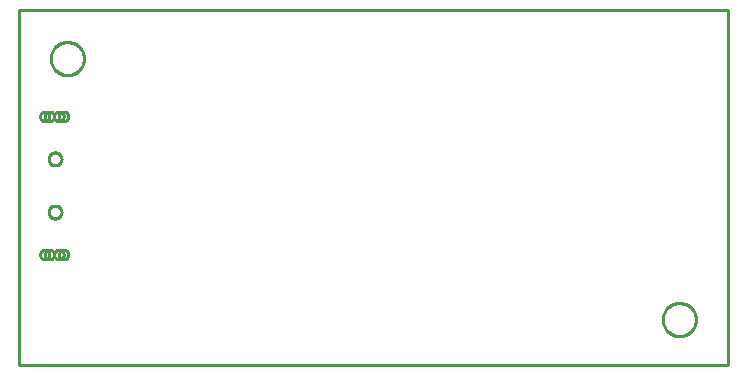
<source format=gbr>
G04 EAGLE Gerber RS-274X export*
G75*
%MOMM*%
%FSLAX34Y34*%
%LPD*%
%IN*%
%IPPOS*%
%AMOC8*
5,1,8,0,0,1.08239X$1,22.5*%
G01*
%ADD10C,0.254000*%


D10*
X0Y0D02*
X600000Y0D01*
X600000Y300000D01*
X0Y300000D01*
X0Y0D01*
X35760Y173791D02*
X35691Y173177D01*
X35553Y172575D01*
X35349Y171992D01*
X35081Y171435D01*
X34753Y170912D01*
X34368Y170429D01*
X33931Y169993D01*
X33448Y169607D01*
X32925Y169279D01*
X32368Y169011D01*
X31785Y168807D01*
X31183Y168669D01*
X30569Y168600D01*
X29951Y168600D01*
X29337Y168669D01*
X28735Y168807D01*
X28152Y169011D01*
X27595Y169279D01*
X27072Y169607D01*
X26589Y169993D01*
X26153Y170429D01*
X25767Y170912D01*
X25439Y171435D01*
X25171Y171992D01*
X24967Y172575D01*
X24829Y173177D01*
X24760Y173791D01*
X24760Y174409D01*
X24829Y175023D01*
X24967Y175625D01*
X25171Y176208D01*
X25439Y176765D01*
X25767Y177288D01*
X26153Y177771D01*
X26589Y178208D01*
X27072Y178593D01*
X27595Y178921D01*
X28152Y179189D01*
X28735Y179393D01*
X29337Y179531D01*
X29951Y179600D01*
X30569Y179600D01*
X31183Y179531D01*
X31785Y179393D01*
X32368Y179189D01*
X32925Y178921D01*
X33448Y178593D01*
X33931Y178208D01*
X34368Y177771D01*
X34753Y177288D01*
X35081Y176765D01*
X35349Y176208D01*
X35553Y175625D01*
X35691Y175023D01*
X35760Y174409D01*
X35760Y173791D01*
X35760Y128791D02*
X35691Y128177D01*
X35553Y127575D01*
X35349Y126992D01*
X35081Y126435D01*
X34753Y125912D01*
X34368Y125429D01*
X33931Y124993D01*
X33448Y124607D01*
X32925Y124279D01*
X32368Y124011D01*
X31785Y123807D01*
X31183Y123669D01*
X30569Y123600D01*
X29951Y123600D01*
X29337Y123669D01*
X28735Y123807D01*
X28152Y124011D01*
X27595Y124279D01*
X27072Y124607D01*
X26589Y124993D01*
X26153Y125429D01*
X25767Y125912D01*
X25439Y126435D01*
X25171Y126992D01*
X24967Y127575D01*
X24829Y128177D01*
X24760Y128791D01*
X24760Y129409D01*
X24829Y130023D01*
X24967Y130625D01*
X25171Y131208D01*
X25439Y131765D01*
X25767Y132288D01*
X26153Y132771D01*
X26589Y133208D01*
X27072Y133593D01*
X27595Y133921D01*
X28152Y134189D01*
X28735Y134393D01*
X29337Y134531D01*
X29951Y134600D01*
X30569Y134600D01*
X31183Y134531D01*
X31785Y134393D01*
X32368Y134189D01*
X32925Y133921D01*
X33448Y133593D01*
X33931Y133208D01*
X34368Y132771D01*
X34753Y132288D01*
X35081Y131765D01*
X35349Y131208D01*
X35553Y130625D01*
X35691Y130023D01*
X35760Y129409D01*
X35760Y128791D01*
X37560Y92838D02*
X37492Y92318D01*
X37356Y91811D01*
X37155Y91327D01*
X36893Y90873D01*
X36574Y90457D01*
X36203Y90086D01*
X35787Y89767D01*
X35333Y89505D01*
X34849Y89304D01*
X34342Y89168D01*
X33822Y89100D01*
X33298Y89100D01*
X32778Y89168D01*
X32271Y89304D01*
X31787Y89505D01*
X31333Y89767D01*
X30917Y90086D01*
X30546Y90457D01*
X30227Y90873D01*
X29965Y91327D01*
X29764Y91811D01*
X29628Y92318D01*
X29560Y92838D01*
X29560Y93362D01*
X29628Y93882D01*
X29764Y94389D01*
X29965Y94873D01*
X30227Y95327D01*
X30546Y95743D01*
X30917Y96114D01*
X31333Y96433D01*
X31787Y96695D01*
X32271Y96896D01*
X32778Y97032D01*
X33298Y97100D01*
X33822Y97100D01*
X34342Y97032D01*
X34849Y96896D01*
X35333Y96695D01*
X35787Y96433D01*
X36203Y96114D01*
X36574Y95743D01*
X36893Y95327D01*
X37155Y94873D01*
X37356Y94389D01*
X37492Y93882D01*
X37560Y93362D01*
X37560Y92838D01*
X41560Y92838D02*
X41492Y92318D01*
X41356Y91811D01*
X41155Y91327D01*
X40893Y90873D01*
X40574Y90457D01*
X40203Y90086D01*
X39787Y89767D01*
X39333Y89505D01*
X38849Y89304D01*
X38342Y89168D01*
X37822Y89100D01*
X37298Y89100D01*
X36778Y89168D01*
X36271Y89304D01*
X35787Y89505D01*
X35333Y89767D01*
X34917Y90086D01*
X34546Y90457D01*
X34227Y90873D01*
X33965Y91327D01*
X33764Y91811D01*
X33628Y92318D01*
X33560Y92838D01*
X33560Y93362D01*
X33628Y93882D01*
X33764Y94389D01*
X33965Y94873D01*
X34227Y95327D01*
X34546Y95743D01*
X34917Y96114D01*
X35333Y96433D01*
X35787Y96695D01*
X36271Y96896D01*
X36778Y97032D01*
X37298Y97100D01*
X37822Y97100D01*
X38342Y97032D01*
X38849Y96896D01*
X39333Y96695D01*
X39787Y96433D01*
X40203Y96114D01*
X40574Y95743D01*
X40893Y95327D01*
X41155Y94873D01*
X41356Y94389D01*
X41492Y93882D01*
X41560Y93362D01*
X41560Y92838D01*
X29560Y92838D02*
X29492Y92318D01*
X29356Y91811D01*
X29155Y91327D01*
X28893Y90873D01*
X28574Y90457D01*
X28203Y90086D01*
X27787Y89767D01*
X27333Y89505D01*
X26849Y89304D01*
X26342Y89168D01*
X25822Y89100D01*
X25298Y89100D01*
X24778Y89168D01*
X24271Y89304D01*
X23787Y89505D01*
X23333Y89767D01*
X22917Y90086D01*
X22546Y90457D01*
X22227Y90873D01*
X21965Y91327D01*
X21764Y91811D01*
X21628Y92318D01*
X21560Y92838D01*
X21560Y93362D01*
X21628Y93882D01*
X21764Y94389D01*
X21965Y94873D01*
X22227Y95327D01*
X22546Y95743D01*
X22917Y96114D01*
X23333Y96433D01*
X23787Y96695D01*
X24271Y96896D01*
X24778Y97032D01*
X25298Y97100D01*
X25822Y97100D01*
X26342Y97032D01*
X26849Y96896D01*
X27333Y96695D01*
X27787Y96433D01*
X28203Y96114D01*
X28574Y95743D01*
X28893Y95327D01*
X29155Y94873D01*
X29356Y94389D01*
X29492Y93882D01*
X29560Y93362D01*
X29560Y92838D01*
X25560Y92838D02*
X25492Y92318D01*
X25356Y91811D01*
X25155Y91327D01*
X24893Y90873D01*
X24574Y90457D01*
X24203Y90086D01*
X23787Y89767D01*
X23333Y89505D01*
X22849Y89304D01*
X22342Y89168D01*
X21822Y89100D01*
X21298Y89100D01*
X20778Y89168D01*
X20271Y89304D01*
X19787Y89505D01*
X19333Y89767D01*
X18917Y90086D01*
X18546Y90457D01*
X18227Y90873D01*
X17965Y91327D01*
X17764Y91811D01*
X17628Y92318D01*
X17560Y92838D01*
X17560Y93362D01*
X17628Y93882D01*
X17764Y94389D01*
X17965Y94873D01*
X18227Y95327D01*
X18546Y95743D01*
X18917Y96114D01*
X19333Y96433D01*
X19787Y96695D01*
X20271Y96896D01*
X20778Y97032D01*
X21298Y97100D01*
X21822Y97100D01*
X22342Y97032D01*
X22849Y96896D01*
X23333Y96695D01*
X23787Y96433D01*
X24203Y96114D01*
X24574Y95743D01*
X24893Y95327D01*
X25155Y94873D01*
X25356Y94389D01*
X25492Y93882D01*
X25560Y93362D01*
X25560Y92838D01*
X37560Y209838D02*
X37492Y209318D01*
X37356Y208811D01*
X37155Y208327D01*
X36893Y207873D01*
X36574Y207457D01*
X36203Y207086D01*
X35787Y206767D01*
X35333Y206505D01*
X34849Y206304D01*
X34342Y206168D01*
X33822Y206100D01*
X33298Y206100D01*
X32778Y206168D01*
X32271Y206304D01*
X31787Y206505D01*
X31333Y206767D01*
X30917Y207086D01*
X30546Y207457D01*
X30227Y207873D01*
X29965Y208327D01*
X29764Y208811D01*
X29628Y209318D01*
X29560Y209838D01*
X29560Y210362D01*
X29628Y210882D01*
X29764Y211389D01*
X29965Y211873D01*
X30227Y212327D01*
X30546Y212743D01*
X30917Y213114D01*
X31333Y213433D01*
X31787Y213695D01*
X32271Y213896D01*
X32778Y214032D01*
X33298Y214100D01*
X33822Y214100D01*
X34342Y214032D01*
X34849Y213896D01*
X35333Y213695D01*
X35787Y213433D01*
X36203Y213114D01*
X36574Y212743D01*
X36893Y212327D01*
X37155Y211873D01*
X37356Y211389D01*
X37492Y210882D01*
X37560Y210362D01*
X37560Y209838D01*
X41560Y209838D02*
X41492Y209318D01*
X41356Y208811D01*
X41155Y208327D01*
X40893Y207873D01*
X40574Y207457D01*
X40203Y207086D01*
X39787Y206767D01*
X39333Y206505D01*
X38849Y206304D01*
X38342Y206168D01*
X37822Y206100D01*
X37298Y206100D01*
X36778Y206168D01*
X36271Y206304D01*
X35787Y206505D01*
X35333Y206767D01*
X34917Y207086D01*
X34546Y207457D01*
X34227Y207873D01*
X33965Y208327D01*
X33764Y208811D01*
X33628Y209318D01*
X33560Y209838D01*
X33560Y210362D01*
X33628Y210882D01*
X33764Y211389D01*
X33965Y211873D01*
X34227Y212327D01*
X34546Y212743D01*
X34917Y213114D01*
X35333Y213433D01*
X35787Y213695D01*
X36271Y213896D01*
X36778Y214032D01*
X37298Y214100D01*
X37822Y214100D01*
X38342Y214032D01*
X38849Y213896D01*
X39333Y213695D01*
X39787Y213433D01*
X40203Y213114D01*
X40574Y212743D01*
X40893Y212327D01*
X41155Y211873D01*
X41356Y211389D01*
X41492Y210882D01*
X41560Y210362D01*
X41560Y209838D01*
X29560Y209838D02*
X29492Y209318D01*
X29356Y208811D01*
X29155Y208327D01*
X28893Y207873D01*
X28574Y207457D01*
X28203Y207086D01*
X27787Y206767D01*
X27333Y206505D01*
X26849Y206304D01*
X26342Y206168D01*
X25822Y206100D01*
X25298Y206100D01*
X24778Y206168D01*
X24271Y206304D01*
X23787Y206505D01*
X23333Y206767D01*
X22917Y207086D01*
X22546Y207457D01*
X22227Y207873D01*
X21965Y208327D01*
X21764Y208811D01*
X21628Y209318D01*
X21560Y209838D01*
X21560Y210362D01*
X21628Y210882D01*
X21764Y211389D01*
X21965Y211873D01*
X22227Y212327D01*
X22546Y212743D01*
X22917Y213114D01*
X23333Y213433D01*
X23787Y213695D01*
X24271Y213896D01*
X24778Y214032D01*
X25298Y214100D01*
X25822Y214100D01*
X26342Y214032D01*
X26849Y213896D01*
X27333Y213695D01*
X27787Y213433D01*
X28203Y213114D01*
X28574Y212743D01*
X28893Y212327D01*
X29155Y211873D01*
X29356Y211389D01*
X29492Y210882D01*
X29560Y210362D01*
X29560Y209838D01*
X25560Y209838D02*
X25492Y209318D01*
X25356Y208811D01*
X25155Y208327D01*
X24893Y207873D01*
X24574Y207457D01*
X24203Y207086D01*
X23787Y206767D01*
X23333Y206505D01*
X22849Y206304D01*
X22342Y206168D01*
X21822Y206100D01*
X21298Y206100D01*
X20778Y206168D01*
X20271Y206304D01*
X19787Y206505D01*
X19333Y206767D01*
X18917Y207086D01*
X18546Y207457D01*
X18227Y207873D01*
X17965Y208327D01*
X17764Y208811D01*
X17628Y209318D01*
X17560Y209838D01*
X17560Y210362D01*
X17628Y210882D01*
X17764Y211389D01*
X17965Y211873D01*
X18227Y212327D01*
X18546Y212743D01*
X18917Y213114D01*
X19333Y213433D01*
X19787Y213695D01*
X20271Y213896D01*
X20778Y214032D01*
X21298Y214100D01*
X21822Y214100D01*
X22342Y214032D01*
X22849Y213896D01*
X23333Y213695D01*
X23787Y213433D01*
X24203Y213114D01*
X24574Y212743D01*
X24893Y212327D01*
X25155Y211873D01*
X25356Y211389D01*
X25492Y210882D01*
X25560Y210362D01*
X25560Y209838D01*
X54640Y258580D02*
X54569Y257583D01*
X54426Y256593D01*
X54214Y255616D01*
X53932Y254656D01*
X53583Y253719D01*
X53167Y252809D01*
X52688Y251932D01*
X52147Y251090D01*
X51548Y250290D01*
X50893Y249534D01*
X50186Y248827D01*
X49430Y248172D01*
X48630Y247573D01*
X47788Y247032D01*
X46911Y246553D01*
X46001Y246137D01*
X45064Y245788D01*
X44105Y245506D01*
X43127Y245294D01*
X42138Y245151D01*
X41140Y245080D01*
X40140Y245080D01*
X39143Y245151D01*
X38153Y245294D01*
X37176Y245506D01*
X36216Y245788D01*
X35279Y246137D01*
X34369Y246553D01*
X33492Y247032D01*
X32650Y247573D01*
X31850Y248172D01*
X31094Y248827D01*
X30387Y249534D01*
X29732Y250290D01*
X29133Y251090D01*
X28592Y251932D01*
X28113Y252809D01*
X27697Y253719D01*
X27348Y254656D01*
X27066Y255616D01*
X26854Y256593D01*
X26711Y257583D01*
X26640Y258580D01*
X26640Y259580D01*
X26711Y260578D01*
X26854Y261567D01*
X27066Y262545D01*
X27348Y263504D01*
X27697Y264441D01*
X28113Y265351D01*
X28592Y266228D01*
X29133Y267070D01*
X29732Y267870D01*
X30387Y268626D01*
X31094Y269333D01*
X31850Y269988D01*
X32650Y270587D01*
X33492Y271128D01*
X34369Y271607D01*
X35279Y272023D01*
X36216Y272372D01*
X37176Y272654D01*
X38153Y272866D01*
X39143Y273009D01*
X40140Y273080D01*
X41140Y273080D01*
X42138Y273009D01*
X43127Y272866D01*
X44105Y272654D01*
X45064Y272372D01*
X46001Y272023D01*
X46911Y271607D01*
X47788Y271128D01*
X48630Y270587D01*
X49430Y269988D01*
X50186Y269333D01*
X50893Y268626D01*
X51548Y267870D01*
X52147Y267070D01*
X52688Y266228D01*
X53167Y265351D01*
X53583Y264441D01*
X53932Y263504D01*
X54214Y262545D01*
X54426Y261567D01*
X54569Y260578D01*
X54640Y259580D01*
X54640Y258580D01*
X572800Y37600D02*
X572729Y36603D01*
X572586Y35613D01*
X572374Y34636D01*
X572092Y33676D01*
X571743Y32739D01*
X571327Y31829D01*
X570848Y30952D01*
X570307Y30110D01*
X569708Y29310D01*
X569053Y28554D01*
X568346Y27847D01*
X567590Y27192D01*
X566790Y26593D01*
X565948Y26052D01*
X565071Y25573D01*
X564161Y25157D01*
X563224Y24808D01*
X562265Y24526D01*
X561287Y24314D01*
X560298Y24171D01*
X559300Y24100D01*
X558300Y24100D01*
X557303Y24171D01*
X556313Y24314D01*
X555336Y24526D01*
X554376Y24808D01*
X553439Y25157D01*
X552529Y25573D01*
X551652Y26052D01*
X550810Y26593D01*
X550010Y27192D01*
X549254Y27847D01*
X548547Y28554D01*
X547892Y29310D01*
X547293Y30110D01*
X546752Y30952D01*
X546273Y31829D01*
X545857Y32739D01*
X545508Y33676D01*
X545226Y34636D01*
X545014Y35613D01*
X544871Y36603D01*
X544800Y37600D01*
X544800Y38600D01*
X544871Y39598D01*
X545014Y40587D01*
X545226Y41565D01*
X545508Y42524D01*
X545857Y43461D01*
X546273Y44371D01*
X546752Y45248D01*
X547293Y46090D01*
X547892Y46890D01*
X548547Y47646D01*
X549254Y48353D01*
X550010Y49008D01*
X550810Y49607D01*
X551652Y50148D01*
X552529Y50627D01*
X553439Y51043D01*
X554376Y51392D01*
X555336Y51674D01*
X556313Y51886D01*
X557303Y52029D01*
X558300Y52100D01*
X559300Y52100D01*
X560298Y52029D01*
X561287Y51886D01*
X562265Y51674D01*
X563224Y51392D01*
X564161Y51043D01*
X565071Y50627D01*
X565948Y50148D01*
X566790Y49607D01*
X567590Y49008D01*
X568346Y48353D01*
X569053Y47646D01*
X569708Y46890D01*
X570307Y46090D01*
X570848Y45248D01*
X571327Y44371D01*
X571743Y43461D01*
X572092Y42524D01*
X572374Y41565D01*
X572586Y40587D01*
X572729Y39598D01*
X572800Y38600D01*
X572800Y37600D01*
M02*

</source>
